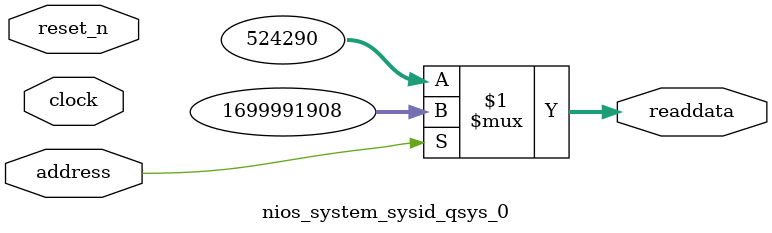
<source format=v>



// synthesis translate_off
`timescale 1ns / 1ps
// synthesis translate_on

// turn off superfluous verilog processor warnings 
// altera message_level Level1 
// altera message_off 10034 10035 10036 10037 10230 10240 10030 

module nios_system_sysid_qsys_0 (
               // inputs:
                address,
                clock,
                reset_n,

               // outputs:
                readdata
             )
;

  output  [ 31: 0] readdata;
  input            address;
  input            clock;
  input            reset_n;

  wire    [ 31: 0] readdata;
  //control_slave, which is an e_avalon_slave
  assign readdata = address ? 1699991908 : 524290;

endmodule



</source>
